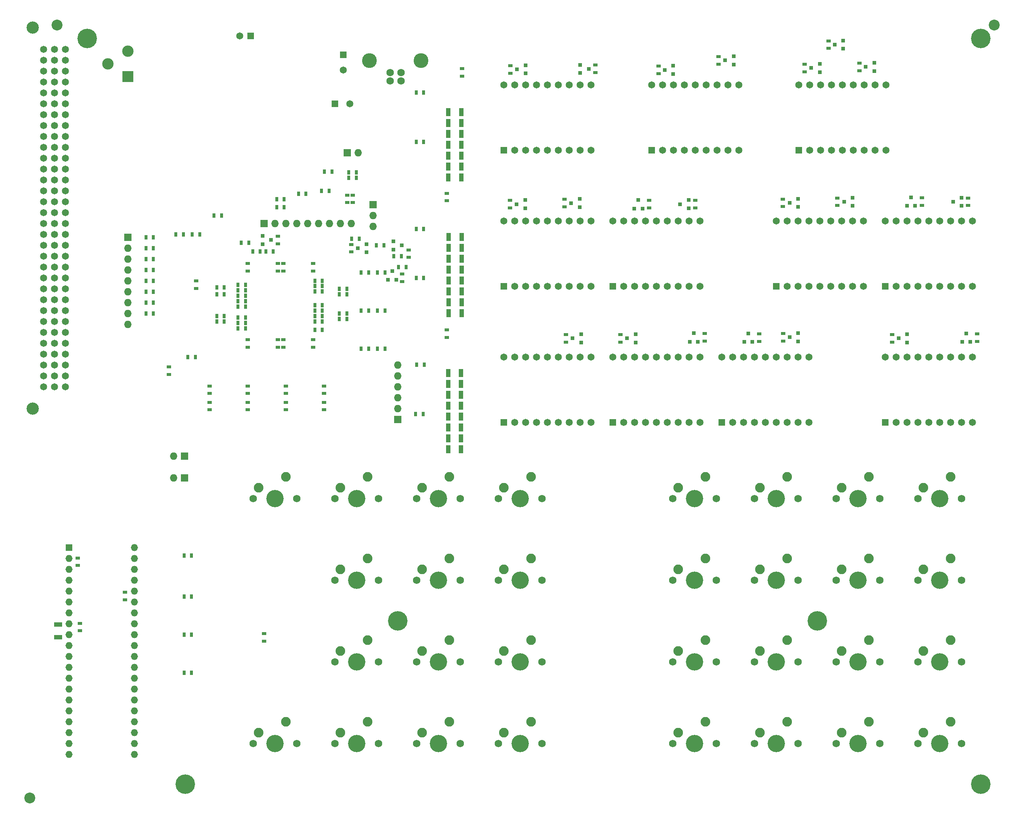
<source format=gbs>
G04 #@! TF.GenerationSoftware,KiCad,Pcbnew,5.0.0-rc2-dev-unknown-c6ef0d5~62~ubuntu17.10.1*
G04 #@! TF.CreationDate,2018-03-22T21:06:56-04:00*
G04 #@! TF.ProjectId,quokka,71756F6B6B612E6B696361645F706362,rev?*
G04 #@! TF.SameCoordinates,PX9936698PY214e9c8*
G04 #@! TF.FileFunction,Soldermask,Bot*
G04 #@! TF.FilePolarity,Negative*
%FSLAX46Y46*%
G04 Gerber Fmt 4.6, Leading zero omitted, Abs format (unit mm)*
G04 Created by KiCad (PCBNEW 5.0.0-rc2-dev-unknown-c6ef0d5~62~ubuntu17.10.1) date Thu Mar 22 21:06:56 2018*
%MOMM*%
%LPD*%
G01*
G04 APERTURE LIST*
%ADD10C,2.540000*%
%ADD11O,1.750800X1.750800*%
%ADD12R,1.750800X1.750800*%
%ADD13C,1.650800*%
%ADD14C,2.850800*%
%ADD15C,4.550800*%
%ADD16R,0.720800X1.050800*%
%ADD17R,1.650800X1.650800*%
%ADD18R,1.050800X0.720800*%
%ADD19R,1.850800X1.120800*%
%ADD20R,2.650800X2.650800*%
%ADD21C,2.650800*%
%ADD22C,1.750800*%
%ADD23C,3.450800*%
%ADD24R,0.950800X0.850800*%
%ADD25R,0.850800X0.950800*%
%ADD26R,1.120800X1.850800*%
%ADD27C,4.050800*%
%ADD28C,2.250800*%
%ADD29O,1.650800X1.650800*%
G04 APERTURE END LIST*
D10*
X8255000Y-1905000D03*
X1905000Y-182245000D03*
X226695000Y-1905000D03*
D11*
X24765000Y-71755000D03*
X24765000Y-69215000D03*
X24765000Y-66675000D03*
X24765000Y-64135000D03*
X24765000Y-61595000D03*
X24765000Y-59055000D03*
X24765000Y-56515000D03*
X24765000Y-53975000D03*
D12*
X24765000Y-51435000D03*
D13*
X10160000Y-86360000D03*
X10160000Y-83820000D03*
X10160000Y-81280000D03*
X10160000Y-78740000D03*
X10160000Y-76200000D03*
X10160000Y-73660000D03*
X10160000Y-71120000D03*
X10160000Y-68580000D03*
X10160000Y-66040000D03*
X10160000Y-63500000D03*
X10160000Y-60960000D03*
X10160000Y-58420000D03*
X10160000Y-55880000D03*
X10160000Y-53340000D03*
X10160000Y-50800000D03*
X10160000Y-48260000D03*
X10160000Y-45720000D03*
X10160000Y-43180000D03*
X10160000Y-40640000D03*
X10160000Y-38100000D03*
X10160000Y-35560000D03*
X10160000Y-33020000D03*
X10160000Y-30480000D03*
X10160000Y-27940000D03*
X10160000Y-25400000D03*
X10160000Y-22860000D03*
X10160000Y-20320000D03*
X10160000Y-17780000D03*
X10160000Y-15240000D03*
X10160000Y-12700000D03*
X10160000Y-10160000D03*
X10160000Y-7620000D03*
X7620000Y-86360000D03*
X7620000Y-83820000D03*
X7620000Y-81280000D03*
X7620000Y-78740000D03*
X7620000Y-76200000D03*
X7620000Y-73660000D03*
X7620000Y-71120000D03*
X7620000Y-68580000D03*
X7620000Y-66040000D03*
X7620000Y-63500000D03*
X7620000Y-60960000D03*
X7620000Y-58420000D03*
X7620000Y-55880000D03*
X7620000Y-53340000D03*
X7620000Y-50800000D03*
X7620000Y-48260000D03*
X7620000Y-45720000D03*
X7620000Y-43180000D03*
X7620000Y-40640000D03*
X7620000Y-38100000D03*
X7620000Y-35560000D03*
X7620000Y-33020000D03*
X7620000Y-30480000D03*
X7620000Y-27940000D03*
X7620000Y-25400000D03*
X7620000Y-22860000D03*
X7620000Y-20320000D03*
X7620000Y-17780000D03*
X7620000Y-15240000D03*
X7620000Y-12700000D03*
X7620000Y-10160000D03*
X7620000Y-7620000D03*
X5080000Y-86360000D03*
X5080000Y-83820000D03*
X5080000Y-81280000D03*
X5080000Y-78740000D03*
X5080000Y-76200000D03*
X5080000Y-73660000D03*
X5080000Y-71120000D03*
X5080000Y-68580000D03*
X5080000Y-66040000D03*
X5080000Y-63500000D03*
X5080000Y-60960000D03*
X5080000Y-58420000D03*
X5080000Y-55880000D03*
X5080000Y-53340000D03*
X5080000Y-50800000D03*
X5080000Y-48260000D03*
X5080000Y-45720000D03*
X5080000Y-43180000D03*
X5080000Y-40640000D03*
X5080000Y-38100000D03*
X5080000Y-35560000D03*
X5080000Y-33020000D03*
X5080000Y-30480000D03*
X5080000Y-27940000D03*
X5080000Y-25400000D03*
X5080000Y-22860000D03*
X5080000Y-20320000D03*
X5080000Y-17780000D03*
X5080000Y-15240000D03*
X5080000Y-12700000D03*
X5080000Y-10160000D03*
X5080000Y-7620000D03*
D14*
X2540000Y-91440000D03*
X2540000Y-2540000D03*
D15*
X223520000Y-5080000D03*
X87630000Y-140970000D03*
X185420000Y-140970000D03*
X15240000Y-5080000D03*
X38100000Y-179070000D03*
D16*
X39610000Y-153035000D03*
X37860000Y-153035000D03*
D13*
X132715000Y-31115000D03*
X132715000Y-15875000D03*
X130175000Y-31115000D03*
X130175000Y-15875000D03*
X127635000Y-31115000D03*
X127635000Y-15875000D03*
X125095000Y-31115000D03*
X125095000Y-15875000D03*
X122555000Y-31115000D03*
X122555000Y-15875000D03*
X120015000Y-31115000D03*
X120015000Y-15875000D03*
X117475000Y-31115000D03*
X117475000Y-15875000D03*
X114935000Y-31115000D03*
X114935000Y-15875000D03*
D17*
X112395000Y-31115000D03*
D13*
X112395000Y-15875000D03*
D17*
X53340000Y-4445000D03*
D13*
X50840000Y-4445000D03*
X74930000Y-12390000D03*
D17*
X74930000Y-8890000D03*
X73025000Y-20320000D03*
D13*
X76525000Y-20320000D03*
D16*
X44859000Y-46355000D03*
X46609000Y-46355000D03*
X51209000Y-52705000D03*
X52959000Y-52705000D03*
D18*
X34290000Y-81675000D03*
X34290000Y-83425000D03*
D16*
X40513000Y-79375000D03*
X38763000Y-79375000D03*
X50449000Y-66307000D03*
X52199000Y-66307000D03*
X50449000Y-72657000D03*
X52199000Y-72657000D03*
X52199000Y-67577000D03*
X50449000Y-67577000D03*
X50449000Y-62496800D03*
X52199000Y-62496800D03*
D18*
X60960000Y-57545000D03*
X60960000Y-59295000D03*
X52705000Y-59295000D03*
X52705000Y-57545000D03*
X59690000Y-57545000D03*
X59690000Y-59295000D03*
X67945000Y-59295000D03*
X67945000Y-57545000D03*
D16*
X70090000Y-68580000D03*
X68340000Y-68580000D03*
X68340000Y-73025000D03*
X70090000Y-73025000D03*
X70090000Y-67310000D03*
X68340000Y-67310000D03*
X68340000Y-61595000D03*
X70090000Y-61595000D03*
D18*
X59690000Y-77075000D03*
X59690000Y-75325000D03*
X60960000Y-77075000D03*
X60960000Y-75325000D03*
X67945000Y-77075000D03*
X67945000Y-75325000D03*
X52705000Y-75325000D03*
X52705000Y-77075000D03*
D16*
X52199000Y-71387000D03*
X50449000Y-71387000D03*
X50449000Y-70117000D03*
X52199000Y-70117000D03*
X52199000Y-65036800D03*
X50449000Y-65036800D03*
X50449000Y-63766800D03*
X52199000Y-63766800D03*
X68340000Y-64092000D03*
X70090000Y-64092000D03*
X70090000Y-62822000D03*
X68340000Y-62822000D03*
X68340000Y-71120000D03*
X70090000Y-71120000D03*
X70090000Y-69850000D03*
X68340000Y-69850000D03*
X45480000Y-71120000D03*
X47230000Y-71120000D03*
X47230000Y-69850000D03*
X45480000Y-69850000D03*
X45480000Y-64770000D03*
X47230000Y-64770000D03*
X47230000Y-63131800D03*
X45480000Y-63131800D03*
X75805000Y-70485000D03*
X74055000Y-70485000D03*
X74055000Y-69215000D03*
X75805000Y-69215000D03*
X75805000Y-64770000D03*
X74055000Y-64770000D03*
X74055000Y-63500000D03*
X75805000Y-63500000D03*
X76265000Y-36247500D03*
X78015000Y-36247500D03*
D18*
X77140000Y-43343800D03*
X77140000Y-41593800D03*
D16*
X72300000Y-36118800D03*
X70550000Y-36118800D03*
X76265000Y-37517500D03*
X78015000Y-37517500D03*
X69915000Y-40563800D03*
X71665000Y-40563800D03*
D18*
X75870000Y-43343800D03*
X75870000Y-41593800D03*
D16*
X35955000Y-50800000D03*
X37705000Y-50800000D03*
X39765000Y-50800000D03*
X41515000Y-50800000D03*
D18*
X99060000Y-41162000D03*
X99060000Y-42912000D03*
D16*
X93712000Y-49530000D03*
X91962000Y-49530000D03*
X91962000Y-60960000D03*
X93712000Y-60960000D03*
D18*
X99060000Y-73039000D03*
X99060000Y-74789000D03*
D16*
X93585000Y-92710000D03*
X91835000Y-92710000D03*
X93839000Y-81153000D03*
X92089000Y-81153000D03*
D18*
X102616000Y-12079000D03*
X102616000Y-13829000D03*
D16*
X91962000Y-29210000D03*
X93712000Y-29210000D03*
X93712000Y-17653000D03*
X91962000Y-17653000D03*
D18*
X56515000Y-145655000D03*
X56515000Y-143905000D03*
D16*
X37860000Y-125730000D03*
X39610000Y-125730000D03*
D18*
X13589000Y-143256000D03*
X13589000Y-141506000D03*
D19*
X8509000Y-141751000D03*
X8509000Y-144761000D03*
D16*
X37860000Y-144145000D03*
X39610000Y-144145000D03*
X39610000Y-135255000D03*
X37860000Y-135255000D03*
D18*
X40640000Y-61595000D03*
X40640000Y-63345000D03*
X61595000Y-91680000D03*
X61595000Y-89930000D03*
D16*
X82945000Y-59690000D03*
X84695000Y-59690000D03*
D18*
X43815000Y-91680000D03*
X43815000Y-89930000D03*
X70485000Y-91680000D03*
X70485000Y-89930000D03*
D16*
X82945000Y-77470000D03*
X84695000Y-77470000D03*
X84695000Y-68580000D03*
X82945000Y-68580000D03*
D18*
X52705000Y-89930000D03*
X52705000Y-91680000D03*
X61595000Y-87870000D03*
X61595000Y-86120000D03*
D16*
X79135000Y-59690000D03*
X80885000Y-59690000D03*
D18*
X43815000Y-87870000D03*
X43815000Y-86120000D03*
X70485000Y-87870000D03*
X70485000Y-86120000D03*
D16*
X79135000Y-77470000D03*
X80885000Y-77470000D03*
X80885000Y-68580000D03*
X79135000Y-68580000D03*
D18*
X52705000Y-86120000D03*
X52705000Y-87870000D03*
D16*
X59450000Y-44450000D03*
X61200000Y-44450000D03*
D13*
X158115000Y-62865000D03*
X158115000Y-47625000D03*
X155575000Y-62865000D03*
X155575000Y-47625000D03*
X153035000Y-62865000D03*
X153035000Y-47625000D03*
X150495000Y-62865000D03*
X150495000Y-47625000D03*
X147955000Y-62865000D03*
X147955000Y-47625000D03*
X145415000Y-62865000D03*
X145415000Y-47625000D03*
X142875000Y-62865000D03*
X142875000Y-47625000D03*
X140335000Y-62865000D03*
X140335000Y-47625000D03*
D17*
X137795000Y-62865000D03*
D13*
X137795000Y-47625000D03*
X112395000Y-47625000D03*
D17*
X112395000Y-62865000D03*
D13*
X114935000Y-47625000D03*
X114935000Y-62865000D03*
X117475000Y-47625000D03*
X117475000Y-62865000D03*
X120015000Y-47625000D03*
X120015000Y-62865000D03*
X122555000Y-47625000D03*
X122555000Y-62865000D03*
X125095000Y-47625000D03*
X125095000Y-62865000D03*
X127635000Y-47625000D03*
X127635000Y-62865000D03*
X130175000Y-47625000D03*
X130175000Y-62865000D03*
X132715000Y-47625000D03*
X132715000Y-62865000D03*
X196215000Y-62865000D03*
X196215000Y-47625000D03*
X193675000Y-62865000D03*
X193675000Y-47625000D03*
X191135000Y-62865000D03*
X191135000Y-47625000D03*
X188595000Y-62865000D03*
X188595000Y-47625000D03*
X186055000Y-62865000D03*
X186055000Y-47625000D03*
X183515000Y-62865000D03*
X183515000Y-47625000D03*
X180975000Y-62865000D03*
X180975000Y-47625000D03*
X178435000Y-62865000D03*
X178435000Y-47625000D03*
D17*
X175895000Y-62865000D03*
D13*
X175895000Y-47625000D03*
X201295000Y-47625000D03*
D17*
X201295000Y-62865000D03*
D13*
X203835000Y-47625000D03*
X203835000Y-62865000D03*
X206375000Y-47625000D03*
X206375000Y-62865000D03*
X208915000Y-47625000D03*
X208915000Y-62865000D03*
X211455000Y-47625000D03*
X211455000Y-62865000D03*
X213995000Y-47625000D03*
X213995000Y-62865000D03*
X216535000Y-47625000D03*
X216535000Y-62865000D03*
X219075000Y-47625000D03*
X219075000Y-62865000D03*
X221615000Y-47625000D03*
X221615000Y-62865000D03*
X221615000Y-94615000D03*
X221615000Y-79375000D03*
X219075000Y-94615000D03*
X219075000Y-79375000D03*
X216535000Y-94615000D03*
X216535000Y-79375000D03*
X213995000Y-94615000D03*
X213995000Y-79375000D03*
X211455000Y-94615000D03*
X211455000Y-79375000D03*
X208915000Y-94615000D03*
X208915000Y-79375000D03*
X206375000Y-94615000D03*
X206375000Y-79375000D03*
X203835000Y-94615000D03*
X203835000Y-79375000D03*
D17*
X201295000Y-94615000D03*
D13*
X201295000Y-79375000D03*
X163195000Y-79375000D03*
D17*
X163195000Y-94615000D03*
D13*
X165735000Y-79375000D03*
X165735000Y-94615000D03*
X168275000Y-79375000D03*
X168275000Y-94615000D03*
X170815000Y-79375000D03*
X170815000Y-94615000D03*
X173355000Y-79375000D03*
X173355000Y-94615000D03*
X175895000Y-79375000D03*
X175895000Y-94615000D03*
X178435000Y-79375000D03*
X178435000Y-94615000D03*
X180975000Y-79375000D03*
X180975000Y-94615000D03*
X183515000Y-79375000D03*
X183515000Y-94615000D03*
X132715000Y-94615000D03*
X132715000Y-79375000D03*
X130175000Y-94615000D03*
X130175000Y-79375000D03*
X127635000Y-94615000D03*
X127635000Y-79375000D03*
X125095000Y-94615000D03*
X125095000Y-79375000D03*
X122555000Y-94615000D03*
X122555000Y-79375000D03*
X120015000Y-94615000D03*
X120015000Y-79375000D03*
X117475000Y-94615000D03*
X117475000Y-79375000D03*
X114935000Y-94615000D03*
X114935000Y-79375000D03*
D17*
X112395000Y-94615000D03*
D13*
X112395000Y-79375000D03*
X137795000Y-79375000D03*
D17*
X137795000Y-94615000D03*
D13*
X140335000Y-79375000D03*
X140335000Y-94615000D03*
X142875000Y-79375000D03*
X142875000Y-94615000D03*
X145415000Y-79375000D03*
X145415000Y-94615000D03*
X147955000Y-79375000D03*
X147955000Y-94615000D03*
X150495000Y-79375000D03*
X150495000Y-94615000D03*
X153035000Y-79375000D03*
X153035000Y-94615000D03*
X155575000Y-79375000D03*
X155575000Y-94615000D03*
X158115000Y-79375000D03*
X158115000Y-94615000D03*
X146812000Y-15875000D03*
D17*
X146812000Y-31115000D03*
D13*
X149352000Y-15875000D03*
X149352000Y-31115000D03*
X151892000Y-15875000D03*
X151892000Y-31115000D03*
X154432000Y-15875000D03*
X154432000Y-31115000D03*
X156972000Y-15875000D03*
X156972000Y-31115000D03*
X159512000Y-15875000D03*
X159512000Y-31115000D03*
X162052000Y-15875000D03*
X162052000Y-31115000D03*
X164592000Y-15875000D03*
X164592000Y-31115000D03*
X167132000Y-15875000D03*
X167132000Y-31115000D03*
X181102000Y-15875000D03*
D17*
X181102000Y-31115000D03*
D13*
X183642000Y-15875000D03*
X183642000Y-31115000D03*
X186182000Y-15875000D03*
X186182000Y-31115000D03*
X188722000Y-15875000D03*
X188722000Y-31115000D03*
X191262000Y-15875000D03*
X191262000Y-31115000D03*
X193802000Y-15875000D03*
X193802000Y-31115000D03*
X196342000Y-15875000D03*
X196342000Y-31115000D03*
X198882000Y-15875000D03*
X198882000Y-31115000D03*
X201422000Y-15875000D03*
X201422000Y-31115000D03*
D20*
X24765000Y-13970000D03*
D21*
X24765000Y-7970000D03*
X20065000Y-10970000D03*
D12*
X75870000Y-31673800D03*
D11*
X78410000Y-31673800D03*
D12*
X56515000Y-48260000D03*
D11*
X59055000Y-48260000D03*
X61595000Y-48260000D03*
X64135000Y-48260000D03*
X66675000Y-48260000D03*
X69215000Y-48260000D03*
X71755000Y-48260000D03*
X74295000Y-48260000D03*
X76835000Y-48260000D03*
D12*
X81915000Y-43815000D03*
D11*
X81915000Y-46355000D03*
X81915000Y-48895000D03*
D22*
X88392000Y-14986000D03*
X85892000Y-14986000D03*
X88392000Y-12986000D03*
X85892000Y-12986000D03*
D23*
X93102000Y-10216000D03*
X81062000Y-10216000D03*
D12*
X87630000Y-93980000D03*
D11*
X87630000Y-91440000D03*
X87630000Y-88900000D03*
X87630000Y-86360000D03*
X87630000Y-83820000D03*
X87630000Y-81280000D03*
D12*
X37946000Y-102523000D03*
D11*
X35406000Y-102523000D03*
X35406000Y-107603000D03*
D12*
X37946000Y-107603000D03*
D24*
X155453000Y-42750600D03*
X155453000Y-44650600D03*
X153453000Y-43700600D03*
X128053000Y-43446600D03*
X130053000Y-44396600D03*
X130053000Y-42496600D03*
X193689000Y-42176200D03*
X193689000Y-44076200D03*
X191689000Y-43126200D03*
X217089000Y-43126200D03*
X219089000Y-44076200D03*
X219089000Y-42176200D03*
D25*
X143751000Y-42709300D03*
X142801000Y-44709300D03*
X144701000Y-44709300D03*
D24*
X117353000Y-42750600D03*
X117353000Y-44650600D03*
X115353000Y-43700600D03*
X178989000Y-43380200D03*
X180989000Y-44330200D03*
X180989000Y-42430200D03*
D25*
X207318000Y-42082700D03*
X206368000Y-44082700D03*
X208268000Y-44082700D03*
X221095000Y-75838000D03*
X219195000Y-75838000D03*
X220145000Y-73838000D03*
D24*
X178994000Y-74749000D03*
X180994000Y-75699000D03*
X180994000Y-73799000D03*
X128394000Y-74997000D03*
X130394000Y-75947000D03*
X130394000Y-74047000D03*
D25*
X157601000Y-75784000D03*
X155701000Y-75784000D03*
X156651000Y-73784000D03*
D24*
X204394000Y-75003000D03*
X206394000Y-75953000D03*
X206394000Y-74053000D03*
D25*
X170295000Y-75838000D03*
X168395000Y-75838000D03*
X169345000Y-73838000D03*
D24*
X141094000Y-74997000D03*
X143094000Y-75947000D03*
X143094000Y-74047000D03*
X165971000Y-9208900D03*
X165971000Y-11108900D03*
X163971000Y-10158900D03*
X198737000Y-10732900D03*
X198737000Y-12632900D03*
X196737000Y-11682900D03*
X130191000Y-13081300D03*
X130191000Y-11181300D03*
X132191000Y-12131300D03*
X149876000Y-12379700D03*
X151876000Y-13329700D03*
X151876000Y-11429700D03*
X184037000Y-11936900D03*
X186037000Y-12886900D03*
X186037000Y-10986900D03*
X115459000Y-12252700D03*
X117459000Y-13202700D03*
X117459000Y-11302700D03*
X189498000Y-6475900D03*
X191498000Y-7425900D03*
X191498000Y-5525900D03*
X56150000Y-53020000D03*
X56150000Y-51120000D03*
X58150000Y-52070000D03*
X88630000Y-53340000D03*
X86630000Y-52390000D03*
X86630000Y-54290000D03*
D25*
X87310000Y-61325000D03*
X85410000Y-61325000D03*
X86360000Y-59325000D03*
D24*
X80375000Y-53025000D03*
X80375000Y-54925000D03*
X78375000Y-53975000D03*
D16*
X30720000Y-51435000D03*
X28970000Y-51435000D03*
X28970000Y-53975000D03*
X30720000Y-53975000D03*
X28970000Y-56515000D03*
X30720000Y-56515000D03*
X30720000Y-59055000D03*
X28970000Y-59055000D03*
X28970000Y-61595000D03*
X30720000Y-61595000D03*
X30720000Y-64135000D03*
X28970000Y-64135000D03*
X28970000Y-66675000D03*
X30720000Y-66675000D03*
X30720000Y-69215000D03*
X28970000Y-69215000D03*
D18*
X156993000Y-42825600D03*
X156993000Y-44575600D03*
X126513000Y-44321600D03*
X126513000Y-42571600D03*
X190149000Y-44001200D03*
X190149000Y-42251200D03*
X220629000Y-44001200D03*
X220629000Y-42251200D03*
X146291000Y-42834300D03*
X146291000Y-44584300D03*
X113813000Y-42825600D03*
X113813000Y-44575600D03*
X177449000Y-42505200D03*
X177449000Y-44255200D03*
X209858000Y-43957700D03*
X209858000Y-42207700D03*
D26*
X102529000Y-69152000D03*
X99519000Y-69152000D03*
X102529000Y-66612000D03*
X99519000Y-66612000D03*
X102529000Y-64071900D03*
X99519000Y-64071900D03*
X102529000Y-61531900D03*
X99519000Y-61531900D03*
X102529000Y-58991900D03*
X99519000Y-58991900D03*
X102529000Y-53911900D03*
X99519000Y-53911900D03*
X99519000Y-56451900D03*
X102529000Y-56451900D03*
X99519000Y-51371900D03*
X102529000Y-51371900D03*
D18*
X222685000Y-73963000D03*
X222685000Y-75713000D03*
X177454000Y-73874000D03*
X177454000Y-75624000D03*
X126854000Y-75872000D03*
X126854000Y-74122000D03*
X159191000Y-73909000D03*
X159191000Y-75659000D03*
X202854000Y-74128000D03*
X202854000Y-75878000D03*
X171885000Y-73963000D03*
X171885000Y-75713000D03*
X139554000Y-74122000D03*
X139554000Y-75872000D03*
D26*
X99421000Y-100910000D03*
X102431000Y-100910000D03*
X99421000Y-98370000D03*
X102431000Y-98370000D03*
X102431000Y-95830000D03*
X99421000Y-95830000D03*
X99421000Y-93290000D03*
X102431000Y-93290000D03*
X99421000Y-90750000D03*
X102431000Y-90750000D03*
X102431000Y-85670000D03*
X99421000Y-85670000D03*
X99421000Y-88210000D03*
X102431000Y-88210000D03*
X99421000Y-83130000D03*
X102431000Y-83130000D03*
D18*
X162431000Y-9283900D03*
X162431000Y-11033900D03*
X195275000Y-12584400D03*
X195275000Y-10834400D03*
X133731000Y-11256300D03*
X133731000Y-13006300D03*
X148412000Y-13254700D03*
X148412000Y-11504700D03*
X182497000Y-11061900D03*
X182497000Y-12811900D03*
X113919000Y-13127700D03*
X113919000Y-11377700D03*
X188036000Y-5602000D03*
X188036000Y-7352000D03*
D26*
X99449000Y-37472800D03*
X102459000Y-37472800D03*
X99449000Y-34932800D03*
X102459000Y-34932800D03*
X99449000Y-32392800D03*
X102459000Y-32392800D03*
X99449000Y-29852800D03*
X102459000Y-29852800D03*
X102459000Y-27312800D03*
X99449000Y-27312800D03*
X99449000Y-22232800D03*
X102459000Y-22232800D03*
X99449000Y-24772800D03*
X102459000Y-24772800D03*
D18*
X13081000Y-126252000D03*
X13081000Y-128002000D03*
X24037000Y-135976000D03*
X24037000Y-134226000D03*
D16*
X55612000Y-54737000D03*
X53862000Y-54737000D03*
D18*
X59690000Y-51195000D03*
X59690000Y-52945000D03*
D16*
X58660000Y-54737000D03*
X56910000Y-54737000D03*
D18*
X90170000Y-54370000D03*
X90170000Y-56120000D03*
D16*
X86755000Y-55880000D03*
X88505000Y-55880000D03*
X89568000Y-58420000D03*
X87818000Y-58420000D03*
D18*
X88693000Y-61761700D03*
X88693000Y-60011700D03*
X76835000Y-53100000D03*
X76835000Y-54850000D03*
D16*
X76902000Y-51737500D03*
X78652000Y-51737500D03*
X84455000Y-53340000D03*
X82705000Y-53340000D03*
X59450000Y-42545000D03*
X61200000Y-42545000D03*
X66280000Y-41275000D03*
X64530000Y-41275000D03*
D22*
X64135000Y-112395000D03*
X53975000Y-112395000D03*
D27*
X59055000Y-112395000D03*
D28*
X55245000Y-109855000D03*
X61595000Y-107315000D03*
X80645000Y-107315000D03*
X74295000Y-109855000D03*
D27*
X78105000Y-112395000D03*
D22*
X73025000Y-112395000D03*
X83185000Y-112395000D03*
X64135000Y-169545000D03*
X53975000Y-169545000D03*
D27*
X59055000Y-169545000D03*
D28*
X55245000Y-167005000D03*
X61595000Y-164465000D03*
X118745000Y-107315000D03*
X112395000Y-109855000D03*
D27*
X116205000Y-112395000D03*
D22*
X111125000Y-112395000D03*
X121285000Y-112395000D03*
X121285000Y-131445000D03*
X111125000Y-131445000D03*
D27*
X116205000Y-131445000D03*
D28*
X112395000Y-128905000D03*
X118745000Y-126365000D03*
X118745000Y-145415000D03*
X112395000Y-147955000D03*
D27*
X116205000Y-150495000D03*
D22*
X111125000Y-150495000D03*
X121285000Y-150495000D03*
X83185000Y-131445000D03*
X73025000Y-131445000D03*
D27*
X78105000Y-131445000D03*
D28*
X74295000Y-128905000D03*
X80645000Y-126365000D03*
X99695000Y-107315000D03*
X93345000Y-109855000D03*
D27*
X97155000Y-112395000D03*
D22*
X92075000Y-112395000D03*
X102235000Y-112395000D03*
X161925000Y-112395000D03*
X151765000Y-112395000D03*
D27*
X156845000Y-112395000D03*
D28*
X153035000Y-109855000D03*
X159385000Y-107315000D03*
X178435000Y-107315000D03*
X172085000Y-109855000D03*
D27*
X175895000Y-112395000D03*
D22*
X170815000Y-112395000D03*
X180975000Y-112395000D03*
X200025000Y-112395000D03*
X189865000Y-112395000D03*
D27*
X194945000Y-112395000D03*
D28*
X191135000Y-109855000D03*
X197485000Y-107315000D03*
X216535000Y-107315000D03*
X210185000Y-109855000D03*
D27*
X213995000Y-112395000D03*
D22*
X208915000Y-112395000D03*
X219075000Y-112395000D03*
X83185000Y-150495000D03*
X73025000Y-150495000D03*
D27*
X78105000Y-150495000D03*
D28*
X74295000Y-147955000D03*
X80645000Y-145415000D03*
X99695000Y-126365000D03*
X93345000Y-128905000D03*
D27*
X97155000Y-131445000D03*
D22*
X92075000Y-131445000D03*
X102235000Y-131445000D03*
X161925000Y-131445000D03*
X151765000Y-131445000D03*
D27*
X156845000Y-131445000D03*
D28*
X153035000Y-128905000D03*
X159385000Y-126365000D03*
X178435000Y-126365000D03*
X172085000Y-128905000D03*
D27*
X175895000Y-131445000D03*
D22*
X170815000Y-131445000D03*
X180975000Y-131445000D03*
D28*
X197485000Y-126365000D03*
X191135000Y-128905000D03*
D27*
X194945000Y-131445000D03*
D22*
X189865000Y-131445000D03*
X200025000Y-131445000D03*
X219075000Y-131445000D03*
X208915000Y-131445000D03*
D27*
X213995000Y-131445000D03*
D28*
X210185000Y-128905000D03*
X216535000Y-126365000D03*
X80645000Y-164465000D03*
X74295000Y-167005000D03*
D27*
X78105000Y-169545000D03*
D22*
X73025000Y-169545000D03*
X83185000Y-169545000D03*
X102235000Y-150495000D03*
X92075000Y-150495000D03*
D27*
X97155000Y-150495000D03*
D28*
X93345000Y-147955000D03*
X99695000Y-145415000D03*
X159385000Y-145415000D03*
X153035000Y-147955000D03*
D27*
X156845000Y-150495000D03*
D22*
X151765000Y-150495000D03*
X161925000Y-150495000D03*
X180975000Y-150495000D03*
X170815000Y-150495000D03*
D27*
X175895000Y-150495000D03*
D28*
X172085000Y-147955000D03*
X178435000Y-145415000D03*
X197485000Y-145415000D03*
X191135000Y-147955000D03*
D27*
X194945000Y-150495000D03*
D22*
X189865000Y-150495000D03*
X200025000Y-150495000D03*
X219075000Y-150495000D03*
X208915000Y-150495000D03*
D27*
X213995000Y-150495000D03*
D28*
X210185000Y-147955000D03*
X216535000Y-145415000D03*
X99695000Y-164465000D03*
X93345000Y-167005000D03*
D27*
X97155000Y-169545000D03*
D22*
X92075000Y-169545000D03*
X102235000Y-169545000D03*
X121285000Y-169545000D03*
X111125000Y-169545000D03*
D27*
X116205000Y-169545000D03*
D28*
X112395000Y-167005000D03*
X118745000Y-164465000D03*
X159385000Y-164465000D03*
X153035000Y-167005000D03*
D27*
X156845000Y-169545000D03*
D22*
X151765000Y-169545000D03*
X161925000Y-169545000D03*
X180975000Y-169545000D03*
X170815000Y-169545000D03*
D27*
X175895000Y-169545000D03*
D28*
X172085000Y-167005000D03*
X178435000Y-164465000D03*
X197485000Y-164465000D03*
X191135000Y-167005000D03*
D27*
X194945000Y-169545000D03*
D22*
X189865000Y-169545000D03*
X200025000Y-169545000D03*
X219075000Y-169545000D03*
X208915000Y-169545000D03*
D27*
X213995000Y-169545000D03*
D28*
X210185000Y-167005000D03*
X216535000Y-164465000D03*
D17*
X11022000Y-123859000D03*
D29*
X26262000Y-172119000D03*
X11022000Y-126399000D03*
X26262000Y-169579000D03*
X11022000Y-128939000D03*
X26262000Y-167039000D03*
X11022000Y-131479000D03*
X26262000Y-164499000D03*
X11022000Y-134019000D03*
X26262000Y-161959000D03*
X11022000Y-136559000D03*
X26262000Y-159419000D03*
X11022000Y-139099000D03*
X26262000Y-156879000D03*
X11022000Y-141639000D03*
X26262000Y-154339000D03*
X11022000Y-144179000D03*
X26262000Y-151799000D03*
X11022000Y-146719000D03*
X26262000Y-149259000D03*
X11022000Y-149259000D03*
X26262000Y-146719000D03*
X11022000Y-151799000D03*
X26262000Y-144179000D03*
X11022000Y-154339000D03*
X26262000Y-141639000D03*
X11022000Y-156879000D03*
X26262000Y-139099000D03*
X11022000Y-159419000D03*
X26262000Y-136559000D03*
X11022000Y-161959000D03*
X26262000Y-134019000D03*
X11022000Y-164499000D03*
X26262000Y-131479000D03*
X11022000Y-167039000D03*
X26262000Y-128939000D03*
X11022000Y-169579000D03*
X26262000Y-126399000D03*
X11022000Y-172119000D03*
X26262000Y-123859000D03*
D15*
X223520000Y-179070000D03*
M02*

</source>
